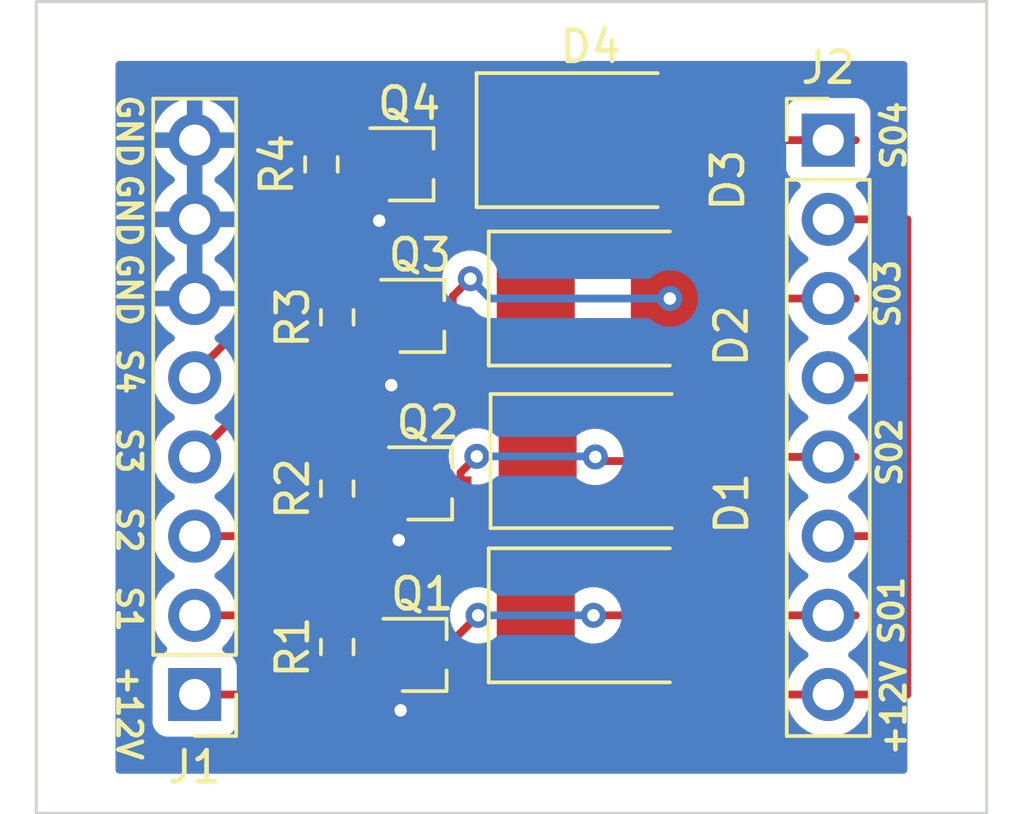
<source format=kicad_pcb>
(kicad_pcb (version 20221018) (generator pcbnew)
  (layers (0 "F.Cu" signal) (31 "B.Cu" signal) (34 "B.Paste" user) (35 "F.Paste" user) (36 "B.SilkS" user "B.Silkscreen") (37 "F.SilkS" user "F.Silkscreen") (38 "B.Mask" user) (39 "F.Mask" user) (44 "Edge.Cuts" user))
  (net 0 "")
  (net 1 "+12V")
  (net 2 "GND")
  (net 3 "Net-(D1-A)")
  (net 4 "Net-(J1-Pin_2)")
  (net 5 "Net-(Q1-B)")
  (net 6 "Net-(D2-A)")
  (net 7 "Net-(D3-A)")
  (net 8 "Net-(D4-A)")
  (net 9 "Net-(Q2-B)")
  (net 10 "Net-(Q3-B)")
  (net 11 "Net-(Q4-B)")
  (net 12 "Net-(J1-Pin_3)")
  (net 13 "Net-(J1-Pin_4)")
  (net 14 "Net-(J1-Pin_5)")
  (footprint "Diode_SMD:D_SMB" (layer "F.Cu") (at 93.1 57.69)
    (fp_text reference "D1" (at 4.137801 -3.589024 90) (layer "F.SilkS"))
    (fp_text value "B220")
    (fp_line (start -3.66 -2.15) (end -3.66 2.15) (stroke (width 0.12)) (layer "F.SilkS"))
    (fp_line (start -3.66 -2.15) (end 2.15 -2.15) (stroke (width 0.12)) (layer "F.SilkS"))
    (fp_line (start -3.66 2.15) (end 2.15 2.15) (stroke (width 0.12)) (layer "F.SilkS"))
    (pad "1" smd roundrect (at -2.15 0) (size 2.5 2.3) (layers "F.Cu" "F.Paste" "F.Mask") (roundrect_rratio 0.1086956522) (net 1 "+12V"))
    (pad "2" smd roundrect (at 2.15 0) (size 2.5 2.3) (layers "F.Cu" "F.Paste" "F.Mask") (roundrect_rratio 0.1086956522) (net 3 "Net-(D1-A)"))
  )
  (footprint "Connector_PinHeader_2.54mm:PinHeader_1x08_P2.54mm_Vertical" (layer "F.Cu") (at 80.01 60.23 180)
    (fp_text reference "J1" (at 0 -2.33 180) (layer "F.SilkS"))
    (fp_text value "Conn_01x08_Pin")
    (fp_line (start -1.33 -1.33) (end 0 -1.33) (stroke (width 0.12)) (layer "F.SilkS"))
    (fp_line (start -1.33 0) (end -1.33 -1.33) (stroke (width 0.12)) (layer "F.SilkS"))
    (fp_line (start -1.33 1.27) (end -1.33 19.11) (stroke (width 0.12)) (layer "F.SilkS"))
    (fp_line (start -1.33 1.27) (end 1.33 1.27) (stroke (width 0.12)) (layer "F.SilkS"))
    (fp_line (start -1.33 19.11) (end 1.33 19.11) (stroke (width 0.12)) (layer "F.SilkS"))
    (fp_line (start 1.33 1.27) (end 1.33 19.11) (stroke (width 0.12)) (layer "F.SilkS"))
    (pad "1" thru_hole rect (at 0 0 180) (size 1.7 1.7) (drill 1) (layers "*.Cu" "*.Mask") (net 1 "+12V"))
    (pad "2" thru_hole oval (at 0 2.54 180) (size 1.7 1.7) (drill 1) (layers "*.Cu" "*.Mask") (net 4 "Net-(J1-Pin_2)"))
    (pad "3" thru_hole oval (at 0 5.08 180) (size 1.7 1.7) (drill 1) (layers "*.Cu" "*.Mask") (net 12 "Net-(J1-Pin_3)"))
    (pad "4" thru_hole oval (at 0 7.62 180) (size 1.7 1.7) (drill 1) (layers "*.Cu" "*.Mask") (net 13 "Net-(J1-Pin_4)"))
    (pad "5" thru_hole oval (at 0 10.16 180) (size 1.7 1.7) (drill 1) (layers "*.Cu" "*.Mask") (net 14 "Net-(J1-Pin_5)"))
    (pad "6" thru_hole oval (at 0 12.7 180) (size 1.7 1.7) (drill 1) (layers "*.Cu" "*.Mask") (net 2 "GND"))
    (pad "7" thru_hole oval (at 0 15.24 180) (size 1.7 1.7) (drill 1) (layers "*.Cu" "*.Mask") (net 2 "GND"))
    (pad "8" thru_hole oval (at 0 17.78 180) (size 1.7 1.7) (drill 1) (layers "*.Cu" "*.Mask") (net 2 "GND"))
  )
  (footprint "Resistor_SMD:R_0603_1608Metric" (layer "F.Cu") (at 84.582 48.133083 90)
    (fp_text reference "R3" (at 0 -1.43 90) (layer "F.SilkS"))
    (fp_text value "1k")
    (fp_line (start -0.237258 -0.5225) (end 0.237258 -0.5225) (stroke (width 0.12)) (layer "F.SilkS"))
    (fp_line (start -0.237258 0.5225) (end 0.237258 0.5225) (stroke (width 0.12)) (layer "F.SilkS"))
    (pad "1" smd roundrect (at -0.825 0 90) (size 0.8 0.95) (layers "F.Cu" "F.Paste" "F.Mask") (net 13 "Net-(J1-Pin_4)"))
    (pad "2" smd roundrect (at 0.825 0 90) (size 0.8 0.95) (layers "F.Cu" "F.Paste" "F.Mask") (net 10 "Net-(Q3-B)"))
  )
  (footprint "Package_TO_SOT_SMD:SOT-323_SC-70" (layer "F.Cu") (at 87.286359 48.086503)
    (fp_text reference "Q3" (at -0.05 -1.95) (layer "F.SilkS"))
    (fp_text value "BC818W")
    (fp_line (start -0.68 1.16) (end 0.73 1.16) (stroke (width 0.12)) (layer "F.SilkS"))
    (fp_line (start 0.73 -1.16) (end -1.3 -1.16) (stroke (width 0.12)) (layer "F.SilkS"))
    (fp_line (start 0.73 -1.16) (end 0.73 -0.5) (stroke (width 0.12)) (layer "F.SilkS"))
    (fp_line (start 0.73 0.5) (end 0.73 1.16) (stroke (width 0.12)) (layer "F.SilkS"))
    (pad "1" smd rect (at -1 -0.65 270) (size 0.45 0.7) (layers "F.Cu" "F.Paste" "F.Mask") (net 10 "Net-(Q3-B)"))
    (pad "2" smd rect (at -1 0.65 270) (size 0.45 0.7) (layers "F.Cu" "F.Paste" "F.Mask") (net 2 "GND"))
    (pad "3" smd rect (at 1 0 270) (size 0.45 0.7) (layers "F.Cu" "F.Paste" "F.Mask") (net 7 "Net-(D3-A)"))
  )
  (footprint "Diode_SMD:D_SMB" (layer "F.Cu") (at 92.71 42.45)
    (fp_text reference "D4" (at 0 -3) (layer "F.SilkS"))
    (fp_text value "B220")
    (fp_line (start -3.66 -2.15) (end -3.66 2.15) (stroke (width 0.12)) (layer "F.SilkS"))
    (fp_line (start -3.66 -2.15) (end 2.15 -2.15) (stroke (width 0.12)) (layer "F.SilkS"))
    (fp_line (start -3.66 2.15) (end 2.15 2.15) (stroke (width 0.12)) (layer "F.SilkS"))
    (pad "1" smd roundrect (at -2.15 0) (size 2.5 2.3) (layers "F.Cu" "F.Paste" "F.Mask") (roundrect_rratio 0.1086956522) (net 1 "+12V"))
    (pad "2" smd roundrect (at 2.15 0) (size 2.5 2.3) (layers "F.Cu" "F.Paste" "F.Mask") (roundrect_rratio 0.1086956522) (net 8 "Net-(D4-A)"))
  )
  (footprint "Diode_SMD:D_SMB" (layer "F.Cu") (at 93.1 47.53)
    (fp_text reference "D3" (at 4.008775 -3.794178 90) (layer "F.SilkS"))
    (fp_text value "B220")
    (fp_line (start -3.66 -2.15) (end -3.66 2.15) (stroke (width 0.12)) (layer "F.SilkS"))
    (fp_line (start -3.66 -2.15) (end 2.15 -2.15) (stroke (width 0.12)) (layer "F.SilkS"))
    (fp_line (start -3.66 2.15) (end 2.15 2.15) (stroke (width 0.12)) (layer "F.SilkS"))
    (pad "1" smd roundrect (at -2.15 0) (size 2.5 2.3) (layers "F.Cu" "F.Paste" "F.Mask") (roundrect_rratio 0.1086956522) (net 1 "+12V"))
    (pad "2" smd roundrect (at 2.15 0) (size 2.5 2.3) (layers "F.Cu" "F.Paste" "F.Mask") (roundrect_rratio 0.1086956522) (net 7 "Net-(D3-A)"))
  )
  (footprint "Package_TO_SOT_SMD:SOT-323_SC-70" (layer "F.Cu") (at 87.5378 53.4586)
    (fp_text reference "Q2" (at -0.05 -1.95) (layer "F.SilkS"))
    (fp_text value "BC818W")
    (fp_line (start -0.68 1.16) (end 0.73 1.16) (stroke (width 0.12)) (layer "F.SilkS"))
    (fp_line (start 0.73 -1.16) (end -1.3 -1.16) (stroke (width 0.12)) (layer "F.SilkS"))
    (fp_line (start 0.73 -1.16) (end 0.73 -0.5) (stroke (width 0.12)) (layer "F.SilkS"))
    (fp_line (start 0.73 0.5) (end 0.73 1.16) (stroke (width 0.12)) (layer "F.SilkS"))
    (pad "1" smd rect (at -1 -0.65 270) (size 0.45 0.7) (layers "F.Cu" "F.Paste" "F.Mask") (net 9 "Net-(Q2-B)"))
    (pad "2" smd rect (at -1 0.65 270) (size 0.45 0.7) (layers "F.Cu" "F.Paste" "F.Mask") (net 2 "GND"))
    (pad "3" smd rect (at 1 0 270) (size 0.45 0.7) (layers "F.Cu" "F.Paste" "F.Mask") (net 6 "Net-(D2-A)"))
  )
  (footprint "Resistor_SMD:R_0603_1608Metric" (layer "F.Cu") (at 84.582 58.706 90)
    (fp_text reference "R1" (at 0 -1.43 90) (layer "F.SilkS"))
    (fp_text value "1k")
    (fp_line (start -0.237258 -0.5225) (end 0.237258 -0.5225) (stroke (width 0.12)) (layer "F.SilkS"))
    (fp_line (start -0.237258 0.5225) (end 0.237258 0.5225) (stroke (width 0.12)) (layer "F.SilkS"))
    (pad "1" smd roundrect (at -0.825 0 90) (size 0.8 0.95) (layers "F.Cu" "F.Paste" "F.Mask") (net 4 "Net-(J1-Pin_2)"))
    (pad "2" smd roundrect (at 0.825 0 90) (size 0.8 0.95) (layers "F.Cu" "F.Paste" "F.Mask") (net 5 "Net-(Q1-B)"))
  )
  (footprint "Connector_PinHeader_2.54mm:PinHeader_1x08_P2.54mm_Vertical" (layer "F.Cu") (at 100.33 42.45)
    (fp_text reference "J2" (at 0 -2.33) (layer "F.SilkS"))
    (fp_text value "Conn_01x08_Pin")
    (fp_line (start -1.33 -1.33) (end 0 -1.33) (stroke (width 0.12)) (layer "F.SilkS"))
    (fp_line (start -1.33 0) (end -1.33 -1.33) (stroke (width 0.12)) (layer "F.SilkS"))
    (fp_line (start -1.33 1.27) (end -1.33 19.11) (stroke (width 0.12)) (layer "F.SilkS"))
    (fp_line (start -1.33 1.27) (end 1.33 1.27) (stroke (width 0.12)) (layer "F.SilkS"))
    (fp_line (start -1.33 19.11) (end 1.33 19.11) (stroke (width 0.12)) (layer "F.SilkS"))
    (fp_line (start 1.33 1.27) (end 1.33 19.11) (stroke (width 0.12)) (layer "F.SilkS"))
    (pad "1" thru_hole rect (at 0 0) (size 1.7 1.7) (drill 1) (layers "*.Cu" "*.Mask") (net 8 "Net-(D4-A)"))
    (pad "2" thru_hole oval (at 0 2.54) (size 1.7 1.7) (drill 1) (layers "*.Cu" "*.Mask") (net 1 "+12V"))
    (pad "3" thru_hole oval (at 0 5.08) (size 1.7 1.7) (drill 1) (layers "*.Cu" "*.Mask") (net 7 "Net-(D3-A)"))
    (pad "4" thru_hole oval (at 0 7.62) (size 1.7 1.7) (drill 1) (layers "*.Cu" "*.Mask") (net 1 "+12V"))
    (pad "5" thru_hole oval (at 0 10.16) (size 1.7 1.7) (drill 1) (layers "*.Cu" "*.Mask") (net 6 "Net-(D2-A)"))
    (pad "6" thru_hole oval (at 0 12.7) (size 1.7 1.7) (drill 1) (layers "*.Cu" "*.Mask") (net 1 "+12V"))
    (pad "7" thru_hole oval (at 0 15.24) (size 1.7 1.7) (drill 1) (layers "*.Cu" "*.Mask") (net 3 "Net-(D1-A)"))
    (pad "8" thru_hole oval (at 0 17.78) (size 1.7 1.7) (drill 1) (layers "*.Cu" "*.Mask") (net 1 "+12V"))
  )
  (footprint "Package_TO_SOT_SMD:SOT-323_SC-70" (layer "F.Cu") (at 86.941111 43.223861)
    (fp_text reference "Q4" (at -0.05 -1.95) (layer "F.SilkS"))
    (fp_text value "BC818W")
    (fp_line (start -0.68 1.16) (end 0.73 1.16) (stroke (width 0.12)) (layer "F.SilkS"))
    (fp_line (start 0.73 -1.16) (end -1.3 -1.16) (stroke (width 0.12)) (layer "F.SilkS"))
    (fp_line (start 0.73 -1.16) (end 0.73 -0.5) (stroke (width 0.12)) (layer "F.SilkS"))
    (fp_line (start 0.73 0.5) (end 0.73 1.16) (stroke (width 0.12)) (layer "F.SilkS"))
    (pad "1" smd rect (at -1 -0.65 270) (size 0.45 0.7) (layers "F.Cu" "F.Paste" "F.Mask") (net 11 "Net-(Q4-B)"))
    (pad "2" smd rect (at -1 0.65 270) (size 0.45 0.7) (layers "F.Cu" "F.Paste" "F.Mask") (net 2 "GND"))
    (pad "3" smd rect (at 1 0 270) (size 0.45 0.7) (layers "F.Cu" "F.Paste" "F.Mask") (net 8 "Net-(D4-A)"))
  )
  (footprint "Resistor_SMD:R_0603_1608Metric" (layer "F.Cu") (at 84.074 43.228305 90)
    (fp_text reference "R4" (at 0 -1.43 90) (layer "F.SilkS"))
    (fp_text value "1k")
    (fp_line (start -0.237258 -0.5225) (end 0.237258 -0.5225) (stroke (width 0.12)) (layer "F.SilkS"))
    (fp_line (start -0.237258 0.5225) (end 0.237258 0.5225) (stroke (width 0.12)) (layer "F.SilkS"))
    (pad "1" smd roundrect (at -0.825 0 90) (size 0.8 0.95) (layers "F.Cu" "F.Paste" "F.Mask") (net 14 "Net-(J1-Pin_5)"))
    (pad "2" smd roundrect (at 0.825 0 90) (size 0.8 0.95) (layers "F.Cu" "F.Paste" "F.Mask") (net 11 "Net-(Q4-B)"))
  )
  (footprint "Resistor_SMD:R_0603_1608Metric" (layer "F.Cu") (at 84.582 53.626 90)
    (fp_text reference "R2" (at 0 -1.43 90) (layer "F.SilkS"))
    (fp_text value "1k")
    (fp_line (start -0.237258 -0.5225) (end 0.237258 -0.5225) (stroke (width 0.12)) (layer "F.SilkS"))
    (fp_line (start -0.237258 0.5225) (end 0.237258 0.5225) (stroke (width 0.12)) (layer "F.SilkS"))
    (pad "1" smd roundrect (at -0.825 0 90) (size 0.8 0.95) (layers "F.Cu" "F.Paste" "F.Mask") (net 12 "Net-(J1-Pin_3)"))
    (pad "2" smd roundrect (at 0.825 0 90) (size 0.8 0.95) (layers "F.Cu" "F.Paste" "F.Mask") (net 9 "Net-(Q2-B)"))
  )
  (footprint "Diode_SMD:D_SMB" (layer "F.Cu") (at 93.159719 52.74274)
    (fp_text reference "D2" (at 4.063746 -4.017881 90) (layer "F.SilkS"))
    (fp_text value "B220")
    (fp_line (start -3.66 -2.15) (end -3.66 2.15) (stroke (width 0.12)) (layer "F.SilkS"))
    (fp_line (start -3.66 -2.15) (end 2.15 -2.15) (stroke (width 0.12)) (layer "F.SilkS"))
    (fp_line (start -3.66 2.15) (end 2.15 2.15) (stroke (width 0.12)) (layer "F.SilkS"))
    (pad "1" smd roundrect (at -2.15 0) (size 2.5 2.3) (layers "F.Cu" "F.Paste" "F.Mask") (roundrect_rratio 0.1086956522) (net 1 "+12V"))
    (pad "2" smd roundrect (at 2.15 0) (size 2.5 2.3) (layers "F.Cu" "F.Paste" "F.Mask") (roundrect_rratio 0.1086956522) (net 6 "Net-(D2-A)"))
  )
  (footprint "Package_TO_SOT_SMD:SOT-323_SC-70" (layer "F.Cu") (at 87.36 58.96)
    (fp_text reference "Q1" (at -0.05 -1.95) (layer "F.SilkS"))
    (fp_text value "BC818W")
    (fp_line (start -0.68 1.16) (end 0.73 1.16) (stroke (width 0.12)) (layer "F.SilkS"))
    (fp_line (start 0.73 -1.16) (end -1.3 -1.16) (stroke (width 0.12)) (layer "F.SilkS"))
    (fp_line (start 0.73 -1.16) (end 0.73 -0.5) (stroke (width 0.12)) (layer "F.SilkS"))
    (fp_line (start 0.73 0.5) (end 0.73 1.16) (stroke (width 0.12)) (layer "F.SilkS"))
    (pad "1" smd rect (at -1 -0.65 270) (size 0.45 0.7) (layers "F.Cu" "F.Paste" "F.Mask") (net 5 "Net-(Q1-B)"))
    (pad "2" smd rect (at -1 0.65 270) (size 0.45 0.7) (layers "F.Cu" "F.Paste" "F.Mask") (net 2 "GND"))
    (pad "3" smd rect (at 1 0 270) (size 0.45 0.7) (layers "F.Cu" "F.Paste" "F.Mask") (net 3 "Net-(D1-A)"))
  )
  (gr_rect (start 74.93 38.005) (end 105.41 64.04) (stroke (width 0.1)) (fill none) (layer "Edge.Cuts"))
  (gr_text "S3\n" (at 77.47 51.594 270) (layer "F.SilkS") (effects (font (size 0.75 0.75)) (justify left bottom)))
  (gr_text "S4\n" (at 77.47 49.054 270) (layer "F.SilkS") (effects (font (size 0.75 0.75)) (justify left bottom)))
  (gr_text "+12V\n" (at 102.87 62.262 90) (layer "F.SilkS") (effects (font (size 0.75 0.75)) (justify left bottom)))
  (gr_text "S02\n\n\n" (at 105.156 53.626 90) (layer "F.SilkS") (effects (font (size 0.75 0.75)) (justify left bottom)))
  (gr_text "S01\n\n\n\n" (at 106.426 58.706 90) (layer "F.SilkS") (effects (font (size 0.75 0.75)) (justify left bottom)))
  (gr_text "S1\n" (at 77.47 56.674 270) (layer "F.SilkS") (effects (font (size 0.75 0.75)) (justify left bottom)))
  (gr_text "S04\n" (at 102.87 43.466 90) (layer "F.SilkS") (effects (font (size 0.75 0.75)) (justify left bottom)))
  (gr_text "S03\n\n" (at 103.886 48.546 90) (layer "F.SilkS") (effects (font (size 0.75 0.75)) (justify left bottom)))
  (gr_text "GND\n" (at 77.47 46.006 270) (layer "F.SilkS") (effects (font (size 0.75 0.75)) (justify left bottom)))
  (gr_text "GND\n" (at 77.47 40.926 270) (layer "F.SilkS") (effects (font (size 0.75 0.75)) (justify left bottom)))
  (gr_text "GND\n" (at 77.47 43.466 270) (layer "F.SilkS") (effects (font (size 0.75 0.75)) (justify left bottom)))
  (gr_text "+12V\n" (at 77.47 59.214 270) (layer "F.SilkS") (effects (font (size 0.75 0.75)) (justify left bottom)))
  (gr_text "S2\n" (at 77.47 54.134 270) (layer "F.SilkS") (effects (font (size 0.75 0.75)) (justify left bottom)))
  (segment (start 90.63223 61.463) (end 83.663896 61.463) (width 0.25) (layer "F.Cu") (net 1))
  (segment (start 91.009719 52.74274) (end 91.009719 47.589719) (width 0.25) (layer "F.Cu") (net 1))
  (segment (start 82.430896 60.23) (end 80.01 60.23) (width 0.25) (layer "F.Cu") (net 1))
  (segment (start 90.95 61.14523) (end 90.95 57.69) (width 0.25) (layer "F.Cu") (net 1))
  (segment (start 90.95 47.53) (end 90.95 42.84) (width 0.25) (layer "F.Cu") (net 1))
  (segment (start 102.87 60.23) (end 101.215 60.23) (width 0.25) (layer "F.Cu") (net 1))
  (segment (start 91.86523 60.23) (end 101.215 60.23) (width 0.25) (layer "F.Cu") (net 1))
  (segment (start 102.87 44.99) (end 100.33 44.99) (width 0.25) (layer "F.Cu") (net 1))
  (segment (start 102.87 55.15) (end 102.87 60.23) (width 0.25) (layer "F.Cu") (net 1))
  (segment (start 90.95 61.14523) (end 90.63223 61.463) (width 0.25) (layer "F.Cu") (net 1))
  (segment (start 83.663896 61.463) (end 82.430896 60.23) (width 0.25) (layer "F.Cu") (net 1))
  (segment (start 90.95 61.14523) (end 91.86523 60.23) (width 0.25) (layer "F.Cu") (net 1))
  (segment (start 90.95 57.69) (end 90.95 52.802459) (width 0.25) (layer "F.Cu") (net 1))
  (segment (start 102.87 55.15) (end 100.33 55.15) (width 0.25) (layer "F.Cu") (net 1))
  (segment (start 90.95 52.802459) (end 91.009719 52.74274) (width 0.25) (layer "F.Cu") (net 1))
  (segment (start 102.87 50.07) (end 102.87 44.99) (width 0.25) (layer "F.Cu") (net 1))
  (segment (start 91.009719 47.589719) (end 90.95 47.53) (width 0.25) (layer "F.Cu") (net 1))
  (segment (start 102.87 50.07) (end 100.33 50.07) (width 0.25) (layer "F.Cu") (net 1))
  (segment (start 90.95 42.84) (end 90.56 42.45) (width 0.25) (layer "F.Cu") (net 1))
  (segment (start 102.87 50.07) (end 102.87 55.15) (width 0.25) (layer "F.Cu") (net 1))
  (segment (start 86.5378 54.1086) (end 86.5378 55.261884) (width 0.25) (layer "F.Cu") (net 2))
  (segment (start 79.91154 46.62683) (end 79.927548 46.62683) (width 0.25) (layer "F.Cu") (net 2))
  (segment (start 86.5378 55.261884) (end 86.554776 55.27886) (width 0.25) (layer "F.Cu") (net 2))
  (segment (start 86.36 60.484) (end 86.614 60.738) (width 0.25) (layer "F.Cu") (net 2))
  (segment (start 86.36 59.61) (end 86.36 60.484) (width 0.25) (layer "F.Cu") (net 2))
  (segment (start 86.286359 48.736503) (end 86.286359 50.279459) (width 0.25) (layer "F.Cu") (net 2))
  (segment (start 86.286359 50.279459) (end 86.315838 50.308938) (width 0.25) (layer "F.Cu") (net 2))
  (segment (start 85.941111 43.873861) (end 85.941111 45.018315) (width 0.25) (layer "F.Cu") (net 2))
  (segment (start 85.941111 45.018315) (end 85.927944 45.031482) (width 0.25) (layer "F.Cu") (net 2))
  (via (at 85.927944 45.031482) (size 0.8) (drill 0.4) (layers "F.Cu" "B.Cu") (net 2))
  (via (at 86.614 60.738) (size 0.8) (drill 0.4) (layers "F.Cu" "B.Cu") (net 2))
  (via (at 86.554776 55.27886) (size 0.8) (drill 0.4) (layers "F.Cu" "B.Cu") (net 2))
  (via (at 86.315838 50.308938) (size 0.8) (drill 0.4) (layers "F.Cu" "B.Cu") (net 2))
  (segment (start 88.36 58.4305) (end 89.1005 57.69) (width 0.25) (layer "F.Cu") (net 3))
  (segment (start 100.33 57.69) (end 101.215 57.69) (width 0.25) (layer "F.Cu") (net 3))
  (segment (start 95.25 57.69) (end 100.33 57.69) (width 0.25) (layer "F.Cu") (net 3))
  (segment (start 88.36 58.96) (end 88.36 58.4305) (width 0.25) (layer "F.Cu") (net 3))
  (segment (start 92.7995 57.69) (end 95.25 57.69) (width 0.25) (layer "F.Cu") (net 3))
  (via (at 92.7995 57.69) (size 0.8) (drill 0.4) (layers "F.Cu" "B.Cu") (net 3))
  (via (at 89.1005 57.69) (size 0.8) (drill 0.4) (layers "F.Cu" "B.Cu") (net 3))
  (segment (start 89.1005 57.69) (end 92.7995 57.69) (width 0.25) (layer "B.Cu") (net 3))
  (segment (start 84.582 59.531) (end 84.133027 59.531) (width 0.25) (layer "F.Cu") (net 4))
  (segment (start 84.133027 59.531) (end 82.292027 57.69) (width 0.25) (layer "F.Cu") (net 4))
  (segment (start 82.292027 57.69) (end 80.01 57.69) (width 0.25) (layer "F.Cu") (net 4))
  (segment (start 84.938145 58.31) (end 86.36 58.31) (width 0.25) (layer "F.Cu") (net 5))
  (segment (start 84.623818 57.995673) (end 84.938145 58.31) (width 0.25) (layer "F.Cu") (net 5))
  (segment (start 92.991959 52.74274) (end 95.309719 52.74274) (width 0.25) (layer "F.Cu") (net 6))
  (segment (start 88.5378 53.4586) (end 88.5378 53.111419) (width 0.25) (layer "F.Cu") (net 6))
  (segment (start 92.859219 52.61) (end 92.991959 52.74274) (width 0.25) (layer "F.Cu") (net 6))
  (segment (start 95.309719 52.74274) (end 95.442459 52.61) (width 0.25) (layer "F.Cu") (net 6))
  (segment (start 95.442459 52.61) (end 101.215 52.61) (width 0.25) (layer "F.Cu") (net 6))
  (segment (start 88.5378 53.111419) (end 89.057607 52.591612) (width 0.25) (layer "F.Cu") (net 6))
  (via (at 92.859219 52.61) (size 0.8) (drill 0.4) (layers "F.Cu" "B.Cu") (net 6))
  (via (at 89.057607 52.591612) (size 0.8) (drill 0.4) (layers "F.Cu" "B.Cu") (net 6))
  (segment (start 89.057607 52.591612) (end 92.840831 52.591612) (width 0.25) (layer "B.Cu") (net 6))
  (segment (start 92.840831 52.591612) (end 92.859219 52.61) (width 0.25) (layer "B.Cu") (net 6))
  (segment (start 95.25 47.53) (end 100.33 47.53) (width 0.25) (layer "F.Cu") (net 7))
  (segment (start 88.286359 47.458593) (end 88.851164 46.893788) (width 0.25) (layer "F.Cu") (net 7))
  (segment (start 88.286359 48.086503) (end 88.286359 47.458593) (width 0.25) (layer "F.Cu") (net 7))
  (segment (start 100.33 47.53) (end 101.215 47.53) (width 0.25) (layer "F.Cu") (net 7))
  (via (at 88.851164 46.893788) (size 0.8) (drill 0.4) (layers "F.Cu" "B.Cu") (net 7))
  (via (at 95.25 47.53) (size 0.8) (drill 0.4) (layers "F.Cu" "B.Cu") (net 7))
  (segment (start 89.487376 47.53) (end 95.25 47.53) (width 0.25) (layer "B.Cu") (net 7))
  (segment (start 88.851164 46.893788) (end 89.487376 47.53) (width 0.25) (layer "B.Cu") (net 7))
  (segment (start 89.348593 40.948233) (end 93.358233 40.948233) (width 0.25) (layer "F.Cu") (net 8))
  (segment (start 87.941111 42.355715) (end 89.348593 40.948233) (width 0.25) (layer "F.Cu") (net 8))
  (segment (start 94.86 42.45) (end 100.33 42.45) (width 0.25) (layer "F.Cu") (net 8))
  (segment (start 93.358233 40.948233) (end 94.86 42.45) (width 0.25) (layer "F.Cu") (net 8))
  (segment (start 100.33 42.45) (end 101.215 42.45) (width 0.25) (layer "F.Cu") (net 8))
  (segment (start 87.941111 43.223861) (end 87.941111 42.355715) (width 0.25) (layer "F.Cu") (net 8))
  (segment (start 85.183217 52.8086) (end 86.5378 52.8086) (width 0.25) (layer "F.Cu") (net 9))
  (segment (start 83.613006 52.648353) (end 85.02297 52.648353) (width 0.25) (layer "F.Cu") (net 9))
  (segment (start 85.02297 52.648353) (end 85.183217 52.8086) (width 0.25) (layer "F.Cu") (net 9))
  (segment (start 84.996087 47.436503) (end 86.286359 47.436503) (width 0.25) (layer "F.Cu") (net 10))
  (segment (start 84.610243 42.403305) (end 84.780799 42.573861) (width 0.25) (layer "F.Cu") (net 11))
  (segment (start 84.610243 42.403305) (end 84.074 42.403305) (width 0.25) (layer "F.Cu") (net 11))
  (segment (start 84.780799 42.573861) (end 85.941111 42.573861) (width 0.25) (layer "F.Cu") (net 11))
  (segment (start 82.341222 54.298353) (end 83.613006 54.298353) (width 0.25) (layer "F.Cu") (net 12))
  (segment (start 81.489575 55.15) (end 80.01 55.15) (width 0.25) (layer "F.Cu") (net 12))
  (segment (start 81.489575 55.15) (end 82.341222 54.298353) (width 0.25) (layer "F.Cu") (net 12))
  (segment (start 83.426055 48.958083) (end 81.708028 48.958083) (width 0.25) (layer "F.Cu") (net 13))
  (segment (start 81.708028 48.958083) (end 81.63279 49.033321) (width 0.25) (layer "F.Cu") (net 13))
  (segment (start 81.63279 50.98721) (end 80.01 52.61) (width 0.25) (layer "F.Cu") (net 13))
  (segment (start 81.63279 49.033321) (end 81.63279 50.98721) (width 0.25) (layer "F.Cu") (net 13))
  (segment (start 82.501073 44.053305) (end 82.501073 46.644618) (width 0.25) (layer "F.Cu") (net 14))
  (segment (start 82.501073 44.053305) (end 84.074 44.053305) (width 0.25) (layer "F.Cu") (net 14))
  (segment (start 80.01 49.938997) (end 80.01 50.07) (width 0.25) (layer "F.Cu") (net 14))
  (segment (start 82.501073 46.644618) (end 81.621361 47.52433) (width 0.25) (layer "F.Cu") (net 14))
  (segment (start 81.621361 47.52433) (end 81.621361 48.327636) (width 0.25) (layer "F.Cu") (net 14))
  (segment (start 81.621361 48.327636) (end 80.01 49.938997) (width 0.25) (layer "F.Cu") (net 14))
  (zone (net 1) (net_name "+12V") (layer "F.Cu") (priority 1) (connect_pads (clearance 0.5)) (min_thickness 0.25) (fill yes (thermal_gap 0.5) (thermal_bridge_width 0.5))
    (polygon (pts (xy 89.535 42.45) (xy 91.44 42.45) (xy 91.44 45.625) (xy 92.075 47.53) (xy 92.075 57.69) (xy 89.535 57.69) (xy 89.535 44.99)))
  )
  (zone (net 2) (net_name "GND") (layer "B.Cu") (connect_pads (clearance 0.5)) (min_thickness 0.25) (fill yes (thermal_gap 0.5) (thermal_bridge_width 0.5))
    (polygon (pts (xy 77.47 39.91) (xy 102.87 39.91) (xy 102.87 62.77) (xy 77.47 62.77)))
  )
)
</source>
